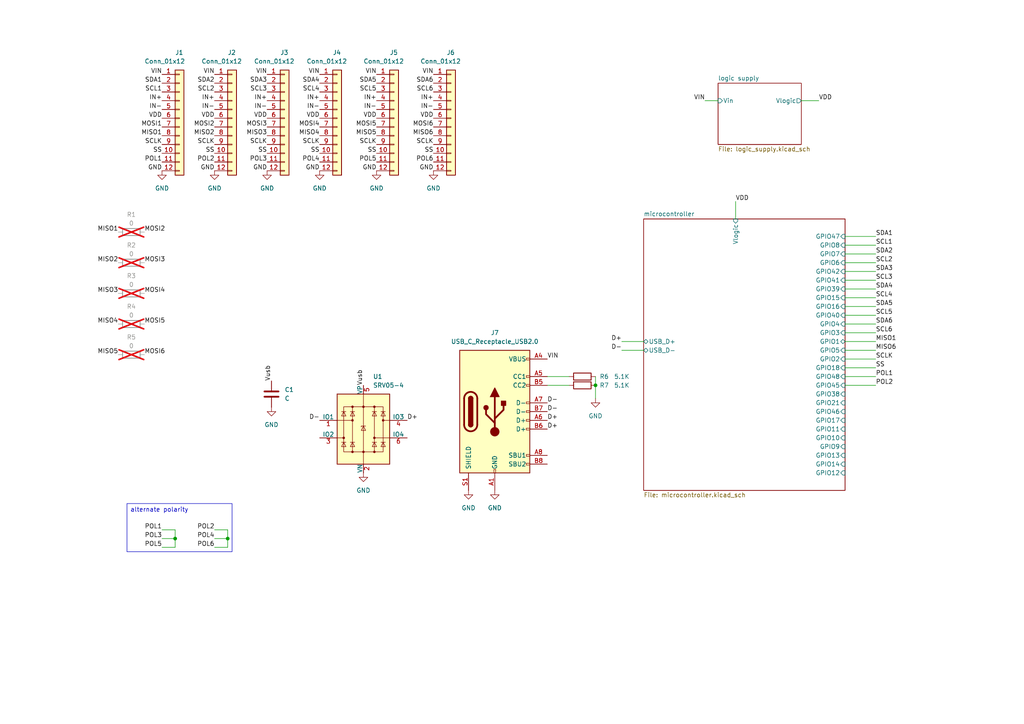
<source format=kicad_sch>
(kicad_sch (version 20230121) (generator eeschema)
  (paper "A4")
  (lib_symbols
    (symbol "Connector:USB_C_Receptacle_USB2.0" (pin_names (offset 1.016))
      (property "Reference" "J" (at -10.16 19.05 0))
      (property "Value" "USB_C_Receptacle_USB2.0" (at 19.05 19.05 0))
      (symbol "USB_C_Receptacle_USB2.0_0_0"
        (rectangle (start -0.254 -17.78) (end 0.254 -16.764))
        (rectangle (start 10.16 -14.986) (end 9.144 -15.494))
        (rectangle (start 10.16 -12.446) (end 9.144 -12.954))
        (rectangle (start 10.16 -4.826) (end 9.144 -5.334))
        (rectangle (start 10.16 -2.286) (end 9.144 -2.794))
        (rectangle (start 10.16 0.254) (end 9.144 -0.254))
        (rectangle (start 10.16 2.794) (end 9.144 2.286))
        (rectangle (start 10.16 7.874) (end 9.144 7.366))
        (rectangle (start 10.16 10.414) (end 9.144 9.906))
        (rectangle (start 10.16 15.494) (end 9.144 14.986))
      )
      (symbol "USB_C_Receptacle_USB2.0_0_1"
        (rectangle (start -10.16 17.78) (end 10.16 -17.78) (stroke (width 0.254)) (fill (type background)))
        (arc (start -8.89 -3.81) (mid -6.985 -5.7067) (end -5.08 -3.81) (stroke (width 0.508)))
        (arc (start -7.62 -3.81) (mid -6.985 -4.4423) (end -6.35 -3.81) (stroke (width 0.254)))
        (arc (start -7.62 -3.81) (mid -6.985 -4.4423) (end -6.35 -3.81) (stroke (width 0.254)) (fill (type outline)))
        (rectangle (start -7.62 -3.81) (end -6.35 3.81) (stroke (width 0.254)) (fill (type outline)))
        (arc (start -6.35 3.81) (mid -6.985 4.4423) (end -7.62 3.81) (stroke (width 0.254)))
        (arc (start -6.35 3.81) (mid -6.985 4.4423) (end -7.62 3.81) (stroke (width 0.254)) (fill (type outline)))
        (arc (start -5.08 3.81) (mid -6.985 5.7067) (end -8.89 3.81) (stroke (width 0.508)))
        (circle (center -2.54 1.143) (radius 0.635) (stroke (width 0.254)) (fill (type outline)))
        (circle (center 0 -5.842) (radius 1.27) (fill (type outline)))
        (polyline (pts (xy -8.89 -3.81) (xy -8.89 3.81)) (stroke (width 0.508)))
        (polyline (pts (xy -5.08 3.81) (xy -5.08 -3.81)) (stroke (width 0.508)))
        (polyline (pts (xy 0 -5.842) (xy 0 4.318)) (stroke (width 0.508)))
        (polyline (pts (xy 0 -3.302) (xy -2.54 -0.762) (xy -2.54 0.508)) (stroke (width 0.508)))
        (polyline (pts (xy 0 -2.032) (xy 2.54 0.508) (xy 2.54 1.778)) (stroke (width 0.508)))
        (polyline (pts (xy -1.27 4.318) (xy 0 6.858) (xy 1.27 4.318) (xy -1.27 4.318)) (stroke (width 0.254)) (fill (type outline)))
        (rectangle (start 1.905 1.778) (end 3.175 3.048) (stroke (width 0.254)) (fill (type outline)))
      )
      (symbol "USB_C_Receptacle_USB2.0_1_1"
        (pin passive line (at 0 -22.86 90) (length 5.08) (name "GND") (number "A1"))
        (pin passive line (at 0 -22.86 90) (length 5.08) hide (name "GND") (number "A12"))
        (pin passive line (at 15.24 15.24 180) (length 5.08) (name "VBUS") (number "A4"))
        (pin bidirectional line (at 15.24 10.16 180) (length 5.08) (name "CC1") (number "A5"))
        (pin bidirectional line (at 15.24 -2.54 180) (length 5.08) (name "D+") (number "A6"))
        (pin bidirectional line (at 15.24 2.54 180) (length 5.08) (name "D-") (number "A7"))
        (pin bidirectional line (at 15.24 -12.7 180) (length 5.08) (name "SBU1") (number "A8"))
        (pin passive line (at 15.24 15.24 180) (length 5.08) hide (name "VBUS") (number "A9"))
        (pin passive line (at 0 -22.86 90) (length 5.08) hide (name "GND") (number "B1"))
        (pin passive line (at 0 -22.86 90) (length 5.08) hide (name "GND") (number "B12"))
        (pin passive line (at 15.24 15.24 180) (length 5.08) hide (name "VBUS") (number "B4"))
        (pin bidirectional line (at 15.24 7.62 180) (length 5.08) (name "CC2") (number "B5"))
        (pin bidirectional line (at 15.24 -5.08 180) (length 5.08) (name "D+") (number "B6"))
        (pin bidirectional line (at 15.24 0 180) (length 5.08) (name "D-") (number "B7"))
        (pin bidirectional line (at 15.24 -15.24 180) (length 5.08) (name "SBU2") (number "B8"))
        (pin passive line (at 15.24 15.24 180) (length 5.08) hide (name "VBUS") (number "B9"))
        (pin passive line (at -7.62 -22.86 90) (length 5.08) (name "SHIELD") (number "S1"))
      )
    )
    (symbol "Connector_Generic:Conn_01x12" (pin_names (offset 1.016) hide)
      (property "Reference" "J" (at 0 15.24 0))
      (property "Value" "Conn_01x12" (at 0 -17.78 0))
      (symbol "Conn_01x12_1_1"
        (rectangle (start -1.27 -15.113) (end 0 -15.367) (stroke (width 0.1524)))
        (rectangle (start -1.27 -12.573) (end 0 -12.827) (stroke (width 0.1524)))
        (rectangle (start -1.27 -10.033) (end 0 -10.287) (stroke (width 0.1524)))
        (rectangle (start -1.27 -7.493) (end 0 -7.747) (stroke (width 0.1524)))
        (rectangle (start -1.27 -4.953) (end 0 -5.207) (stroke (width 0.1524)))
        (rectangle (start -1.27 -2.413) (end 0 -2.667) (stroke (width 0.1524)))
        (rectangle (start -1.27 0.127) (end 0 -0.127) (stroke (width 0.1524)))
        (rectangle (start -1.27 2.667) (end 0 2.413) (stroke (width 0.1524)))
        (rectangle (start -1.27 5.207) (end 0 4.953) (stroke (width 0.1524)))
        (rectangle (start -1.27 7.747) (end 0 7.493) (stroke (width 0.1524)))
        (rectangle (start -1.27 10.287) (end 0 10.033) (stroke (width 0.1524)))
        (rectangle (start -1.27 12.827) (end 0 12.573) (stroke (width 0.1524)))
        (rectangle (start -1.27 13.97) (end 1.27 -16.51) (stroke (width 0.254)) (fill (type background)))
        (pin passive line (at -5.08 12.7 0) (length 3.81) (name "Pin_1") (number "1"))
        (pin passive line (at -5.08 -10.16 0) (length 3.81) (name "Pin_10") (number "10"))
        (pin passive line (at -5.08 -12.7 0) (length 3.81) (name "Pin_11") (number "11"))
        (pin passive line (at -5.08 -15.24 0) (length 3.81) (name "Pin_12") (number "12"))
        (pin passive line (at -5.08 10.16 0) (length 3.81) (name "Pin_2") (number "2"))
        (pin passive line (at -5.08 7.62 0) (length 3.81) (name "Pin_3") (number "3"))
        (pin passive line (at -5.08 5.08 0) (length 3.81) (name "Pin_4") (number "4"))
        (pin passive line (at -5.08 2.54 0) (length 3.81) (name "Pin_5") (number "5"))
        (pin passive line (at -5.08 0 0) (length 3.81) (name "Pin_6") (number "6"))
        (pin passive line (at -5.08 -2.54 0) (length 3.81) (name "Pin_7") (number "7"))
        (pin passive line (at -5.08 -5.08 0) (length 3.81) (name "Pin_8") (number "8"))
        (pin passive line (at -5.08 -7.62 0) (length 3.81) (name "Pin_9") (number "9"))
      )
    )
    (symbol "Device:C" (pin_numbers hide) (pin_names (offset 0.254))
      (property "Reference" "C" (at 0.635 2.54 0))
      (property "Value" "C" (at 0.635 -2.54 0))
      (symbol "C_0_1"
        (polyline (pts (xy -2.032 -0.762) (xy 2.032 -0.762)) (stroke (width 0.508)))
        (polyline (pts (xy -2.032 0.762) (xy 2.032 0.762)) (stroke (width 0.508)))
      )
      (symbol "C_1_1"
        (pin passive line (at 0 3.81 270) (length 2.794) (name "~") (number "1"))
        (pin passive line (at 0 -3.81 90) (length 2.794) (name "~") (number "2"))
      )
    )
    (symbol "Device:R" (pin_numbers hide) (pin_names (offset 0))
      (property "Reference" "R" (at 2.032 0 90))
      (property "Value" "R" (at 0 0 90))
      (symbol "R_0_1"
        (rectangle (start -1.016 -2.54) (end 1.016 2.54) (stroke (width 0.254)))
      )
      (symbol "R_1_1"
        (pin passive line (at 0 3.81 270) (length 1.27) (name "~") (number "1"))
        (pin passive line (at 0 -3.81 90) (length 1.27) (name "~") (number "2"))
      )
    )
    (symbol "GND_1" (power) (pin_names (offset 0))
      (property "Value" "GND_1" (at 0 -3.81 0))
      (symbol "GND_1_0_1"
        (polyline (pts (xy 0 0) (xy 0 -1.27) (xy 1.27 -1.27) (xy 0 -2.54) (xy -1.27 -1.27) (xy 0 -1.27)))
      )
      (symbol "GND_1_1_1"
        (pin power_in line (at 0 0 270) (length 0) hide (name "GND") (number "1"))
      )
    )
    (symbol "Power_Protection:SRV05-4" (pin_names (offset 0))
      (property "Reference" "U" (at -5.08 11.43 0))
      (property "Value" "SRV05-4" (at 2.54 11.43 0))
      (symbol "SRV05-4_0_0"
        (rectangle (start -5.715 6.477) (end 5.715 -6.604))
        (polyline (pts (xy -3.175 -6.604) (xy -3.175 6.477)))
        (polyline (pts (xy 3.175 6.477) (xy 3.175 -6.604)))
      )
      (symbol "SRV05-4_0_1"
        (rectangle (start -7.62 10.16) (end 7.62 -10.16) (stroke (width 0.254)) (fill (type background)))
        (circle (center -5.715 -2.54) (radius 0.2794) (fill (type outline)))
        (circle (center -3.175 -6.604) (radius 0.2794) (fill (type outline)))
        (circle (center -3.175 2.54) (radius 0.2794) (fill (type outline)))
        (circle (center -3.175 6.477) (radius 0.2794) (fill (type outline)))
        (circle (center 0 -6.604) (radius 0.2794) (fill (type outline)))
        (polyline (pts (xy -7.747 2.54) (xy -3.175 2.54)))
        (polyline (pts (xy -7.62 -2.54) (xy -5.715 -2.54)))
        (polyline (pts (xy -5.08 -3.81) (xy -6.35 -3.81)))
        (polyline (pts (xy -5.08 5.08) (xy -6.35 5.08)))
        (polyline (pts (xy -2.54 -3.81) (xy -3.81 -3.81)))
        (polyline (pts (xy -2.54 5.08) (xy -3.81 5.08)))
        (polyline (pts (xy 0 10.16) (xy 0 -10.16)))
        (polyline (pts (xy 3.81 -3.81) (xy 2.54 -3.81)))
        (polyline (pts (xy 3.81 5.08) (xy 2.54 5.08)))
        (polyline (pts (xy 6.35 -3.81) (xy 5.08 -3.81)))
        (polyline (pts (xy 6.35 5.08) (xy 5.08 5.08)))
        (polyline (pts (xy 7.62 -2.54) (xy 3.175 -2.54)))
        (polyline (pts (xy 7.62 2.54) (xy 5.715 2.54)))
        (polyline (pts (xy 0.635 0.889) (xy -0.635 0.889) (xy -0.635 0.635)))
        (polyline (pts (xy -5.08 -5.08) (xy -6.35 -5.08) (xy -5.715 -3.81) (xy -5.08 -5.08)))
        (polyline (pts (xy -5.08 3.81) (xy -6.35 3.81) (xy -5.715 5.08) (xy -5.08 3.81)))
        (polyline (pts (xy -2.54 -5.08) (xy -3.81 -5.08) (xy -3.175 -3.81) (xy -2.54 -5.08)))
        (polyline (pts (xy -2.54 3.81) (xy -3.81 3.81) (xy -3.175 5.08) (xy -2.54 3.81)))
        (polyline (pts (xy 0.635 -0.381) (xy -0.635 -0.381) (xy 0 0.889) (xy 0.635 -0.381)))
        (polyline (pts (xy 3.81 -5.08) (xy 2.54 -5.08) (xy 3.175 -3.81) (xy 3.81 -5.08)))
        (polyline (pts (xy 3.81 3.81) (xy 2.54 3.81) (xy 3.175 5.08) (xy 3.81 3.81)))
        (polyline (pts (xy 6.35 -5.08) (xy 5.08 -5.08) (xy 5.715 -3.81) (xy 6.35 -5.08)))
        (polyline (pts (xy 6.35 3.81) (xy 5.08 3.81) (xy 5.715 5.08) (xy 6.35 3.81)))
        (circle (center 0 6.477) (radius 0.2794) (fill (type outline)))
        (circle (center 3.175 -6.604) (radius 0.2794) (fill (type outline)))
        (circle (center 3.175 -2.54) (radius 0.2794) (fill (type outline)))
        (circle (center 3.175 6.477) (radius 0.2794) (fill (type outline)))
        (circle (center 5.715 2.54) (radius 0.2794) (fill (type outline)))
      )
      (symbol "SRV05-4_1_1"
        (pin passive line (at -12.7 2.54 0) (length 5.08) (name "IO1") (number "1"))
        (pin passive line (at 0 -12.7 90) (length 2.54) (name "VN") (number "2"))
        (pin passive line (at -12.7 -2.54 0) (length 5.08) (name "IO2") (number "3"))
        (pin passive line (at 12.7 2.54 180) (length 5.08) (name "IO3") (number "4"))
        (pin passive line (at 0 12.7 270) (length 2.54) (name "VP") (number "5"))
        (pin passive line (at 12.7 -2.54 180) (length 5.08) (name "IO4") (number "6"))
      )
    )
    (symbol "power:GND" (power) (pin_names (offset 0))
      (property "Value" "GND" (at 0 -3.81 0))
      (symbol "GND_0_1"
        (polyline (pts (xy 0 0) (xy 0 -1.27) (xy 1.27 -1.27) (xy 0 -2.54) (xy -1.27 -1.27) (xy 0 -1.27)))
      )
      (symbol "GND_1_1"
        (pin power_in line (at 0 0 270) (length 0) hide (name "GND") (number "1"))
      )
    )
  )
  (junction (at 50.8 156.21))
  (junction (at 66.04 156.21))
  (junction (at 172.72 111.76))
  (wire (pts (xy 62.23 153.67) (xy 66.04 153.67)))
  (wire (pts (xy 245.11 78.74) (xy 254 78.74)))
  (wire (pts (xy 50.8 156.21) (xy 46.99 156.21)))
  (wire (pts (xy 245.11 88.9) (xy 254 88.9)))
  (wire (pts (xy 245.11 68.58) (xy 254 68.58)))
  (wire (pts (xy 245.11 99.06) (xy 254 99.06)))
  (wire (pts (xy 180.34 99.06) (xy 186.69 99.06)))
  (wire (pts (xy 245.11 96.52) (xy 254 96.52)))
  (wire (pts (xy 46.99 153.67) (xy 50.8 153.67)))
  (wire (pts (xy 66.04 156.21) (xy 62.23 156.21)))
  (wire (pts (xy 245.11 93.98) (xy 254 93.98)))
  (wire (pts (xy 204.47 29.21) (xy 208.28 29.21)))
  (wire (pts (xy 245.11 109.22) (xy 254 109.22)))
  (wire (pts (xy 245.11 73.66) (xy 254 73.66)))
  (wire (pts (xy 158.75 109.22) (xy 165.1 109.22)))
  (wire (pts (xy 66.04 153.67) (xy 66.04 156.21)))
  (wire (pts (xy 232.41 29.21) (xy 237.49 29.21)))
  (wire (pts (xy 172.72 111.76) (xy 172.72 115.57)))
  (wire (pts (xy 245.11 106.68) (xy 254 106.68)))
  (wire (pts (xy 62.23 158.75) (xy 66.04 158.75)))
  (wire (pts (xy 66.04 158.75) (xy 66.04 156.21)))
  (wire (pts (xy 172.72 109.22) (xy 172.72 111.76)))
  (wire (pts (xy 245.11 86.36) (xy 254 86.36)))
  (wire (pts (xy 158.75 111.76) (xy 165.1 111.76)))
  (wire (pts (xy 180.34 101.6) (xy 186.69 101.6)))
  (wire (pts (xy 245.11 71.12) (xy 254 71.12)))
  (wire (pts (xy 245.11 91.44) (xy 254 91.44)))
  (wire (pts (xy 245.11 111.76) (xy 254 111.76)))
  (wire (pts (xy 245.11 101.6) (xy 254 101.6)))
  (wire (pts (xy 50.8 153.67) (xy 50.8 156.21)))
  (wire (pts (xy 245.11 83.82) (xy 254 83.82)))
  (wire (pts (xy 245.11 81.28) (xy 254 81.28)))
  (wire (pts (xy 245.11 104.14) (xy 254 104.14)))
  (wire (pts (xy 245.11 76.2) (xy 254 76.2)))
  (wire (pts (xy 50.8 158.75) (xy 50.8 156.21)))
  (wire (pts (xy 213.36 58.42) (xy 213.36 63.5)))
  (wire (pts (xy 46.99 158.75) (xy 50.8 158.75)))
  (text_box "alternate polarity" (at 36.83 146.05 0) (size 30.48 13.97) (effects (font (size 1.27 1.27)) (justify left top)))
  (label "MISO5" (at 34.29 102.87 180))
  (label "POL4" (at 62.23 156.21 180))
  (label "MISO2" (at 34.29 76.2 180))
  (label "SS" (at 125.73 44.45 180))
  (label "POL1" (at 46.99 153.67 180))
  (label "VIN" (at 204.47 29.21 180))
  (label "MOSI4" (at 41.91 85.09 0))
  (label "GND" (at 62.23 49.53 180))
  (label "SCL2" (at 62.23 26.67 180))
  (label "VIN" (at 77.47 21.59 180))
  (label "SCL1" (at 254 71.12 0))
  (label "D+" (at 158.75 121.92 0))
  (label "MOSI2" (at 62.23 36.83 180))
  (label "SDA2" (at 62.23 24.13 180))
  (label "VDD" (at 62.23 34.29 180))
  (label "VDD" (at 109.22 34.29 180))
  (label "D+" (at 158.75 124.46 0))
  (label "GND" (at 125.73 49.53 180))
  (label "VDD" (at 213.36 58.42 0))
  (label "IN+" (at 125.73 29.21 180))
  (label "SCL2" (at 254 76.2 0))
  (label "SDA3" (at 77.47 24.13 180))
  (label "SCL1" (at 46.99 26.67 180))
  (label "SCL3" (at 254 81.28 0))
  (label "IN-" (at 46.99 31.75 180))
  (label "SDA1" (at 46.99 24.13 180))
  (label "IN-" (at 92.71 31.75 180))
  (label "MISO6" (at 125.73 39.37 180))
  (label "D+" (at 180.34 99.06 180))
  (label "SS" (at 77.47 44.45 180))
  (label "MOSI6" (at 125.73 36.83 180))
  (label "MOSI5" (at 109.22 36.83 180))
  (label "MISO3" (at 77.47 39.37 180))
  (label "D-" (at 158.75 116.84 0))
  (label "MISO6" (at 254 101.6 0))
  (label "SCL6" (at 254 96.52 0))
  (label "IN+" (at 62.23 29.21 180))
  (label "SCLK" (at 109.22 41.91 180))
  (label "VIN" (at 125.73 21.59 180))
  (label "MISO5" (at 109.22 39.37 180))
  (label "IN+" (at 46.99 29.21 180))
  (label "SS" (at 62.23 44.45 180))
  (label "IN+" (at 92.71 29.21 180))
  (label "POL6" (at 62.23 158.75 180))
  (label "MISO1" (at 254 99.06 0))
  (label "SDA5" (at 254 88.9 0))
  (label "POL2" (at 62.23 153.67 180))
  (label "VIN" (at 46.99 21.59 180))
  (label "SDA3" (at 254 78.74 0))
  (label "D-" (at 180.34 101.6 180))
  (label "POL3" (at 46.99 156.21 180))
  (label "IN-" (at 62.23 31.75 180))
  (label "SDA4" (at 92.71 24.13 180))
  (label "D-" (at 92.71 121.92 180))
  (label "POL3" (at 77.47 46.99 180))
  (label "POL4" (at 92.71 46.99 180))
  (label "Vusb" (at 105.41 111.76 90))
  (label "SCL3" (at 77.47 26.67 180))
  (label "SCLK" (at 62.23 41.91 180))
  (label "MOSI6" (at 41.91 102.87 0))
  (label "MISO4" (at 34.29 93.98 180))
  (label "GND" (at 92.71 49.53 180))
  (label "VDD" (at 92.71 34.29 180))
  (label "VIN" (at 158.75 104.14 0))
  (label "VDD" (at 237.49 29.21 0))
  (label "SCLK" (at 46.99 41.91 180))
  (label "SDA6" (at 254 93.98 0))
  (label "IN+" (at 109.22 29.21 180))
  (label "VDD" (at 125.73 34.29 180))
  (label "SDA6" (at 125.73 24.13 180))
  (label "MISO1" (at 34.29 67.31 180))
  (label "MOSI2" (at 41.91 67.31 0))
  (label "VIN" (at 109.22 21.59 180))
  (label "MISO3" (at 34.29 85.09 180))
  (label "SCL6" (at 125.73 26.67 180))
  (label "MOSI4" (at 92.71 36.83 180))
  (label "VIN" (at 92.71 21.59 180))
  (label "MISO1" (at 46.99 39.37 180))
  (label "MOSI3" (at 41.91 76.2 0))
  (label "VIN" (at 62.23 21.59 180))
  (label "D-" (at 158.75 119.38 0))
  (label "D+" (at 118.11 121.92 0))
  (label "MOSI5" (at 41.91 93.98 0))
  (label "VDD" (at 77.47 34.29 180))
  (label "IN-" (at 109.22 31.75 180))
  (label "IN-" (at 125.73 31.75 180))
  (label "SCL5" (at 109.22 26.67 180))
  (label "POL5" (at 109.22 46.99 180))
  (label "IN-" (at 77.47 31.75 180))
  (label "SS" (at 254 106.68 0))
  (label "MISO4" (at 92.71 39.37 180))
  (label "MOSI3" (at 77.47 36.83 180))
  (label "GND" (at 77.47 49.53 180))
  (label "Vusb" (at 78.74 110.49 90))
  (label "POL2" (at 254 111.76 0))
  (label "MOSI1" (at 46.99 36.83 180))
  (label "IN+" (at 77.47 29.21 180))
  (label "POL5" (at 46.99 158.75 180))
  (label "SCLK" (at 125.73 41.91 180))
  (label "GND" (at 46.99 49.53 180))
  (label "SDA2" (at 254 73.66 0))
  (label "SDA4" (at 254 83.82 0))
  (label "SS" (at 46.99 44.45 180))
  (label "MISO2" (at 62.23 39.37 180))
  (label "SCLK" (at 254 104.14 0))
  (label "VDD" (at 46.99 34.29 180))
  (label "SDA1" (at 254 68.58 0))
  (label "SS" (at 92.71 44.45 180))
  (label "SCLK" (at 92.71 41.91 180))
  (label "SS" (at 109.22 44.45 180))
  (label "SCL4" (at 254 86.36 0))
  (label "POL1" (at 254 109.22 0))
  (label "SCL5" (at 254 91.44 0))
  (label "POL2" (at 62.23 46.99 180))
  (label "SCLK" (at 77.47 41.91 180))
  (label "GND" (at 109.22 49.53 180))
  (label "POL6" (at 125.73 46.99 180))
  (label "POL1" (at 46.99 46.99 180))
  (label "SDA5" (at 109.22 24.13 180))
  (label "SCL4" (at 92.71 26.67 180))
  (symbol (lib_id "Connector_Generic:Conn_01x12") (at 52.07 34.29 0) (unit 1)
    (property "Reference" "J1" (at 50.8 15.24 0) (effects (justify left)))
    (property "Value" "Conn_01x12" (at 41.91 17.78 0) (effects (justify left)))
    (property "Footprint" "Library:Jushuo_AFC11-S12I" (effects hide))
    (property "Datasheet" "https://datasheet.lcsc.com/lcsc/2212161930_JUSHUO-AFC11-S12ICA-00_C262499.pdf" (effects hide))
    (property "LCSC" "C262499" (effects hide))
  )
  (symbol (lib_id "Power_Protection:SRV05-4") (at 105.41 124.46 0) (unit 1)
    (property "Reference" "U1" (at 108.1787 109.22 0) (effects (justify left)))
    (property "Value" "SRV05-4" (at 108.1787 111.76 0) (effects (justify left)))
    (property "Footprint" "Package_TO_SOT_SMD:SOT-23-6" (effects hide))
    (property "Datasheet" "http://www.onsemi.com/pub/Collateral/SRV05-4-D.PDF" (effects hide))
  )
  (symbol (lib_name "GND_1") (lib_id "power:GND") (at 46.99 49.53 0) (unit 1)
    (property "Reference" "#PWR01" (effects hide))
    (property "Value" "GND" (at 46.99 54.61 0))
  )
  (symbol (lib_id "Device:R") (at 38.1 102.87 90) (unit 1) (in_bom no) (dnp yes)
    (property "Reference" "R5" (at 38.1 97.79 90))
    (property "Value" "0" (at 38.1 100.33 90))
    (property "Footprint" "Resistor_SMD:R_0603_1608Metric" (effects hide))
  )
  (symbol (lib_id "Device:R") (at 38.1 67.31 90) (unit 1) (in_bom no) (dnp yes)
    (property "Reference" "R1" (at 38.1 62.23 90))
    (property "Value" "0" (at 38.1 64.77 90))
    (property "Footprint" "Resistor_SMD:R_0603_1608Metric" (effects hide))
  )
  (symbol (lib_id "Device:R") (at 38.1 76.2 90) (unit 1) (in_bom no) (dnp yes)
    (property "Reference" "R2" (at 38.1 71.12 90))
    (property "Value" "0" (at 38.1 73.66 90))
    (property "Footprint" "Resistor_SMD:R_0603_1608Metric" (effects hide))
  )
  (symbol (lib_id "Device:R") (at 168.91 111.76 90) (unit 1)
    (property "Reference" "R7" (at 175.26 111.76 90))
    (property "Value" "5.1K" (at 180.34 111.76 90))
    (property "Footprint" "Resistor_SMD:R_0603_1608Metric" (effects hide))
  )
  (symbol (lib_id "Device:C") (at 78.74 114.3 180) (unit 1)
    (property "Reference" "C1" (at 82.55 113.0299 0) (effects (justify right)))
    (property "Value" "C" (at 82.55 115.5699 0) (effects (justify right)))
    (property "Footprint" "Capacitor_SMD:C_0603_1608Metric" (effects hide))
  )
  (symbol (lib_id "Connector_Generic:Conn_01x12") (at 114.3 34.29 0) (unit 1)
    (property "Reference" "J5" (at 113.03 15.24 0) (effects (justify left)))
    (property "Value" "Conn_01x12" (at 105.41 17.78 0) (effects (justify left)))
    (property "Footprint" "Library:Jushuo_AFC11-S12I" (effects hide))
  )
  (symbol (lib_id "power:GND") (at 105.41 137.16 0) (unit 1)
    (property "Reference" "#PWR06" (effects hide))
    (property "Value" "GND" (at 105.41 142.24 0))
  )
  (symbol (lib_id "Connector_Generic:Conn_01x12") (at 130.81 34.29 0) (unit 1)
    (property "Reference" "J6" (at 129.54 15.24 0) (effects (justify left)))
    (property "Value" "Conn_01x12" (at 121.92 17.78 0) (effects (justify left)))
    (property "Footprint" "Library:Jushuo_AFC11-S12I" (effects hide))
  )
  (symbol (lib_name "GND_1") (lib_id "power:GND") (at 92.71 49.53 0) (unit 1)
    (property "Reference" "#PWR05" (effects hide))
    (property "Value" "GND" (at 92.71 54.61 0))
  )
  (symbol (lib_id "Connector:USB_C_Receptacle_USB2.0") (at 143.51 119.38 0) (unit 1)
    (property "Reference" "J7" (at 143.51 96.52 0))
    (property "Value" "USB_C_Receptacle_USB2.0" (at 143.51 99.06 0))
    (property "Datasheet" "https://www.usb.org/sites/default/files/documents/usb_type-c.zip" (effects hide))
  )
  (symbol (lib_name "GND_1") (lib_id "power:GND") (at 109.22 49.53 0) (unit 1)
    (property "Reference" "#PWR07" (effects hide))
    (property "Value" "GND" (at 109.22 54.61 0))
  )
  (symbol (lib_id "power:GND") (at 135.89 142.24 0) (unit 1)
    (property "Reference" "#PWR09" (effects hide))
    (property "Value" "GND" (at 135.89 147.32 0))
  )
  (symbol (lib_name "GND_1") (lib_id "power:GND") (at 62.23 49.53 0) (unit 1)
    (property "Reference" "#PWR02" (effects hide))
    (property "Value" "GND" (at 62.23 54.61 0))
  )
  (symbol (lib_id "power:GND") (at 143.51 142.24 0) (unit 1)
    (property "Reference" "#PWR010" (effects hide))
    (property "Value" "GND" (at 143.51 147.32 0))
  )
  (symbol (lib_id "power:GND") (at 172.72 115.57 0) (unit 1)
    (property "Reference" "#PWR011" (effects hide))
    (property "Value" "GND" (at 172.72 120.65 0))
  )
  (symbol (lib_name "GND_1") (lib_id "power:GND") (at 77.47 49.53 0) (unit 1)
    (property "Reference" "#PWR03" (effects hide))
    (property "Value" "GND" (at 77.47 54.61 0))
  )
  (symbol (lib_id "Device:R") (at 38.1 93.98 90) (unit 1) (in_bom no) (dnp yes)
    (property "Reference" "R4" (at 38.1 88.9 90))
    (property "Value" "0" (at 38.1 91.44 90))
    (property "Footprint" "Resistor_SMD:R_0603_1608Metric" (effects hide))
  )
  (symbol (lib_id "Connector_Generic:Conn_01x12") (at 82.55 34.29 0) (unit 1)
    (property "Reference" "J3" (at 81.28 15.24 0) (effects (justify left)))
    (property "Value" "Conn_01x12" (at 73.66 17.78 0) (effects (justify left)))
    (property "Footprint" "Library:Jushuo_AFC11-S12I" (effects hide))
  )
  (symbol (lib_id "Connector_Generic:Conn_01x12") (at 67.31 34.29 0) (unit 1)
    (property "Reference" "J2" (at 66.04 15.24 0) (effects (justify left)))
    (property "Value" "Conn_01x12" (at 58.42 17.78 0) (effects (justify left)))
    (property "Footprint" "Library:Jushuo_AFC11-S12I" (effects hide))
  )
  (symbol (lib_id "Connector_Generic:Conn_01x12") (at 97.79 34.29 0) (unit 1)
    (property "Reference" "J4" (at 96.52 15.24 0) (effects (justify left)))
    (property "Value" "Conn_01x12" (at 88.9 17.78 0) (effects (justify left)))
    (property "Footprint" "Library:Jushuo_AFC11-S12I" (effects hide))
  )
  (symbol (lib_id "power:GND") (at 78.74 118.11 0) (unit 1)
    (property "Reference" "#PWR04" (effects hide))
    (property "Value" "GND" (at 78.74 123.19 0))
  )
  (symbol (lib_id "Device:R") (at 168.91 109.22 90) (unit 1)
    (property "Reference" "R6" (at 175.26 109.22 90))
    (property "Value" "5.1K" (at 180.34 109.22 90))
    (property "Footprint" "Resistor_SMD:R_0603_1608Metric" (effects hide))
  )
  (symbol (lib_id "Device:R") (at 38.1 85.09 90) (unit 1) (in_bom no) (dnp yes)
    (property "Reference" "R3" (at 38.1 80.01 90))
    (property "Value" "0" (at 38.1 82.55 90))
    (property "Footprint" "Resistor_SMD:R_0603_1608Metric" (effects hide))
  )
  (symbol (lib_name "GND_1") (lib_id "power:GND") (at 125.73 49.53 0) (unit 1)
    (property "Reference" "#PWR08" (effects hide))
    (property "Value" "GND" (at 125.73 54.61 0))
  )
  (sheet (at 186.69 63.5) (size 58.42 78.74) (stroke (width 0.1524))
    (property "Sheetname" "microcontroller" (at 186.69 62.7884 0) (effects (justify left bottom)))
    (property "Sheetfile" "microcontroller.kicad_sch" (at 186.69 142.8246 0) (effects (justify left top)))
    (pin "USB_D+" bidirectional (at 186.69 99.06 180))
    (pin "USB_D-" bidirectional (at 186.69 101.6 180))
    (pin "Vlogic" input (at 213.36 63.5 90))
    (pin "GPIO42" input (at 245.11 78.74 0))
    (pin "GPIO41" input (at 245.11 81.28 0))
    (pin "GPIO39" input (at 245.11 83.82 0))
    (pin "GPIO15" input (at 245.11 86.36 0))
    (pin "GPIO16" input (at 245.11 88.9 0))
    (pin "GPIO40" input (at 245.11 91.44 0))
    (pin "GPIO4" input (at 245.11 93.98 0))
    (pin "GPIO3" input (at 245.11 96.52 0))
    (pin "GPIO1" tri_state (at 245.11 99.06 0))
    (pin "GPIO5" input (at 245.11 101.6 0))
    (pin "GPIO2" input (at 245.11 104.14 0))
    (pin "GPIO6" input (at 245.11 76.2 0))
    (pin "GPIO7" input (at 245.11 73.66 0))
    (pin "GPIO8" input (at 245.11 71.12 0))
    (pin "GPIO47" input (at 245.11 68.58 0))
    (pin "GPIO18" input (at 245.11 106.68 0))
    (pin "GPIO48" input (at 245.11 109.22 0))
    (pin "GPIO45" input (at 245.11 111.76 0))
    (pin "GPIO38" input (at 245.11 114.3 0))
    (pin "GPIO21" input (at 245.11 116.84 0))
    (pin "GPIO46" input (at 245.11 119.38 0))
    (pin "GPIO17" input (at 245.11 121.92 0))
    (pin "GPIO11" input (at 245.11 124.46 0))
    (pin "GPIO10" input (at 245.11 127 0))
    (pin "GPIO9" input (at 245.11 129.54 0))
    (pin "GPIO13" input (at 245.11 132.08 0))
    (pin "GPIO14" input (at 245.11 134.62 0))
    (pin "GPIO12" input (at 245.11 137.16 0))
  )
  (sheet (at 208.28 24.13) (size 24.13 17.78) (stroke (width 0.1524))
    (property "Sheetname" "logic supply" (at 208.28 23.4184 0) (effects (justify left bottom)))
    (property "Sheetfile" "logic_supply.kicad_sch" (at 208.28 42.4946 0) (effects (justify left top)))
    (pin "Vin" input (at 208.28 29.21 180))
    (pin "Vlogic" output (at 232.41 29.21 0))
  )
)
</source>
